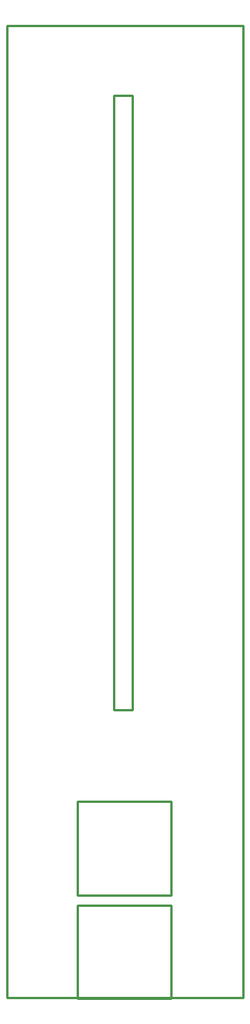
<source format=gko>
G04 Layer: BoardOutlineLayer*
G04 EasyEDA v6.5.29, 2023-07-18 11:14:52*
G04 afe15dd53e0047d18e41e40897773fa5,5a6b42c53f6a479593ecc07194224c93,10*
G04 Gerber Generator version 0.2*
G04 Scale: 100 percent, Rotated: No, Reflected: No *
G04 Dimensions in millimeters *
G04 leading zeros omitted , absolute positions ,4 integer and 5 decimal *
%FSLAX45Y45*%
%MOMM*%

%ADD10C,0.2540*%
D10*
X215900Y11430000D02*
G01*
X2794000Y11430000D01*
X2794000Y825500D01*
X215900Y825500D01*
X215900Y11430000D01*
X1384300Y10672190D02*
G01*
X1384300Y3962400D01*
X1384300Y3962400D02*
G01*
X1587500Y3962400D01*
X1587500Y3962400D02*
G01*
X1587500Y10672190D01*
X1587500Y10672190D02*
G01*
X1384300Y10672190D01*
X2006600Y812800D02*
G01*
X2006600Y1832800D01*
X2006600Y1832800D02*
G01*
X986599Y1832800D01*
X986599Y1832800D02*
G01*
X986599Y812800D01*
X986599Y812800D02*
G01*
X2006600Y812800D01*
X2006600Y1943100D02*
G01*
X2006600Y2963100D01*
X2006600Y2963100D02*
G01*
X986599Y2963100D01*
X986599Y2963100D02*
G01*
X986599Y1943100D01*
X986599Y1943100D02*
G01*
X2006600Y1943100D01*

%LPD*%
M02*

</source>
